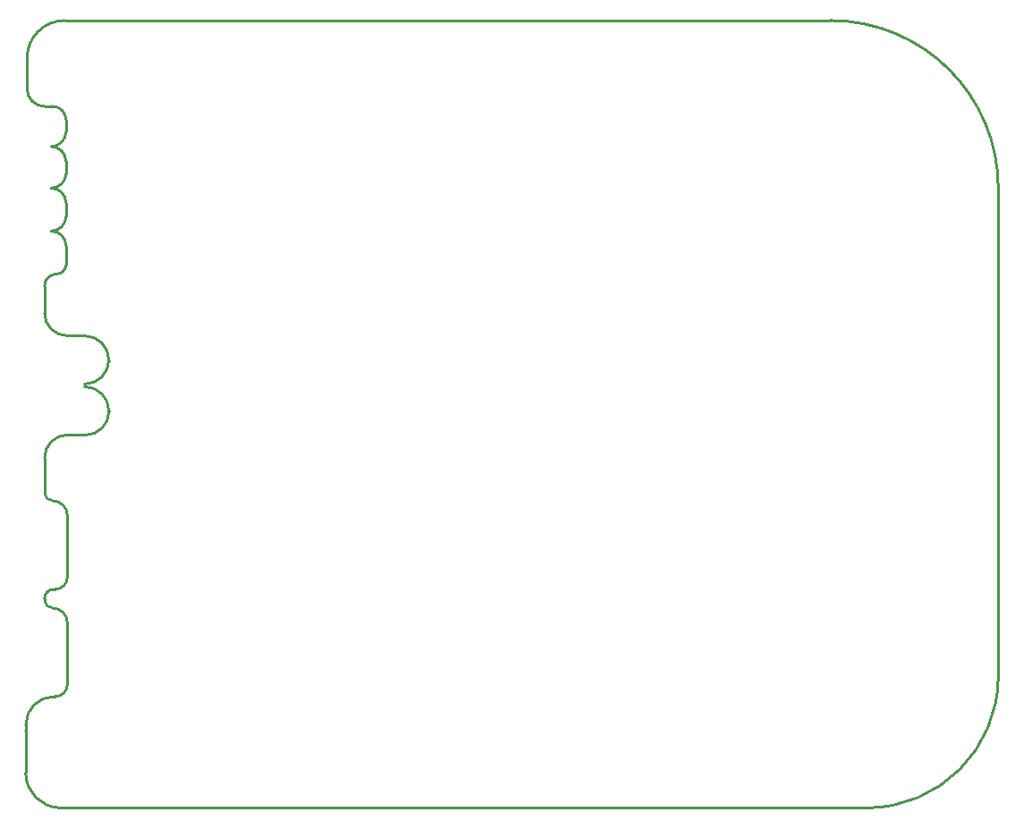
<source format=gko>
G04 Layer: BoardOutline*
G04 EasyEDA v6.4.19.4, 2021-09-27T21:18:42+08:00*
G04 328f29077b91436ca96412054b8b6626,119f753a6ce64b8d841f2ad33262ab0c,10*
G04 Gerber Generator version 0.2*
G04 Scale: 100 percent, Rotated: No, Reflected: No *
G04 Dimensions in millimeters *
G04 leading zeros omitted , absolute positions ,4 integer and 5 decimal *
%FSLAX45Y45*%
%MOMM*%

%ADD10C,0.2560*%
%ADD11C,0.2540*%
D10*
X127756Y902456D02*
G01*
X127756Y864356D01*
X304800Y2095500D02*
G01*
X304800Y2069845D01*
D11*
X406400Y1168400D02*
G01*
X393700Y1168400D01*
X520700Y1866900D02*
G01*
X520700Y1282700D01*
X685800Y4102100D02*
G01*
X685800Y4127500D01*
X694537Y3645067D02*
G01*
X649450Y3645067D01*
X914400Y3873500D02*
G01*
X914400Y3864930D01*
X914046Y4354339D02*
G01*
X914046Y4343420D01*
X558800Y3644900D02*
G01*
X676064Y3644900D01*
X558800Y4584700D02*
G01*
X688113Y4584700D01*
X304800Y3429000D02*
G01*
X304800Y3315695D01*
X520700Y3644900D02*
G01*
X635000Y3644900D01*
X304800Y4864100D02*
G01*
X304800Y4800600D01*
X520700Y4584700D02*
G01*
X635000Y4584700D01*
X304800Y4965700D02*
G01*
X304800Y4864100D01*
X8089900Y114300D02*
G01*
X457200Y114300D01*
X495300Y7569200D02*
G01*
X7747000Y7569200D01*
X304800Y3315695D02*
G01*
X304800Y3136900D01*
X304800Y3136900D02*
G01*
X304800Y3098800D01*
X520700Y2882900D02*
G01*
X520700Y2298700D01*
X406400Y2184400D02*
G01*
X393700Y2184400D01*
X508000Y5396504D02*
G01*
X508000Y5257800D01*
X508000Y5842000D02*
G01*
X508000Y5715000D01*
X508000Y6235700D02*
G01*
X508000Y6121400D01*
X508000Y6629400D02*
G01*
X508000Y6515100D01*
X508000Y5396504D02*
G01*
X508000Y5435600D01*
X139700Y7112000D02*
G01*
X139700Y6997895D01*
X127000Y444500D02*
G01*
X127000Y841321D01*
X127756Y842078D02*
G01*
X127756Y864356D01*
X139481Y6997677D02*
G01*
X139481Y6921718D01*
X304800Y6756400D02*
G01*
X381000Y6756400D01*
X304800Y5054600D02*
G01*
X304800Y4965700D01*
X139700Y7112000D02*
G01*
X139700Y7213600D01*
X9334500Y5981700D02*
G01*
X9334500Y1663700D01*
X9334500Y1663700D02*
G01*
X9334500Y1358900D01*
G75*
G01*
X139700Y7213600D02*
G02*
X495300Y7569200I355600J0D01*
G75*
G01*
X7747000Y7569200D02*
G02*
X9334500Y5981700I0J-1587500D01*
G75*
G01*
X9334500Y1358900D02*
G02*
X8089900Y114300I-1244600J0D01*
G75*
G01*
X457200Y114300D02*
G02*
X127000Y444500I0J330200D01*
G75*
G01*
X139482Y6921718D02*
G03*
X304800Y6756400I165318J0D01*
G75*
G01*
X127000Y841322D02*
G02*
X127757Y842079I757J0D01*
G75*
G01*
X139700Y6997896D02*
G02*
X139482Y6997677I-218J0D01*
G75*
G01*
X304800Y3098800D02*
G03*
X381000Y3022600I76200J0D01*
G75*
G01*
X381000Y3022600D02*
G02*
X520700Y2882900I0J-139700D01*
G75*
G01*
X520700Y2298700D02*
G02*
X406400Y2184400I-114300J0D01*
G75*
G01*
X393700Y2184400D02*
G03*
X304800Y2095500I0J-88900D01*
G75*
G01*
X508000Y6515100D02*
G02*
X368300Y6375400I-139700J0D01*
G75*
G01*
X381000Y6756400D02*
G02*
X508000Y6629400I0J-127000D01*
G75*
G01*
X508000Y6235700D02*
G03*
X368300Y6375400I-139700J0D01*
G75*
G01*
X508000Y6121400D02*
G02*
X368300Y5981700I-139700J0D01*
G75*
G01*
X508000Y5842000D02*
G03*
X368300Y5981700I-139700J0D01*
G75*
G01*
X508000Y5715000D02*
G02*
X368300Y5575300I-139700J0D01*
G75*
G01*
X508000Y5435600D02*
G03*
X368300Y5575300I-139700J0D01*
G75*
G01*
X508000Y5257800D02*
G02*
X419100Y5168900I-88900J0D01*
G75*
G01*
X419100Y5168900D02*
G03*
X304800Y5054600I0J-114300D01*
G75*
G01*
X304800Y4800600D02*
G03*
X520700Y4584700I215900J0D01*
G75*
G01*
X304800Y3429000D02*
G02*
X520700Y3644900I215900J0D01*
G75*
G01*
X688114Y4584700D02*
G02*
X688127Y4584687I0J-13D01*
G75*
G01*
X676064Y3644900D02*
G03*
X676262Y3645098I0J198D01*
G75*
G01*
X683697Y4584690D02*
G02*
X914047Y4354340I0J-230350D01*
G75*
G01*
X914400Y4356100D02*
G02*
X685800Y4127500I-228600J0D01*
G75*
G01*
X685800Y4102100D02*
G02*
X914400Y3873500I0J-228600D01*
G75*
G01*
X914400Y3864930D02*
G02*
X694538Y3645068I-219862J0D01*
G75*
G01*
X381000Y2006600D02*
G02*
X520700Y1866900I0J-139700D01*
G75*
G01*
X304800Y2082800D02*
G03*
X381000Y2006600I76200J0D01*
G75*
G01*
X520700Y1282700D02*
G02*
X406400Y1168400I-114300J0D01*
D10*
G75*
G01*
X393700Y1168400D02*
G03*
X127757Y902457I0J-265943D01*

%LPD*%
M02*

</source>
